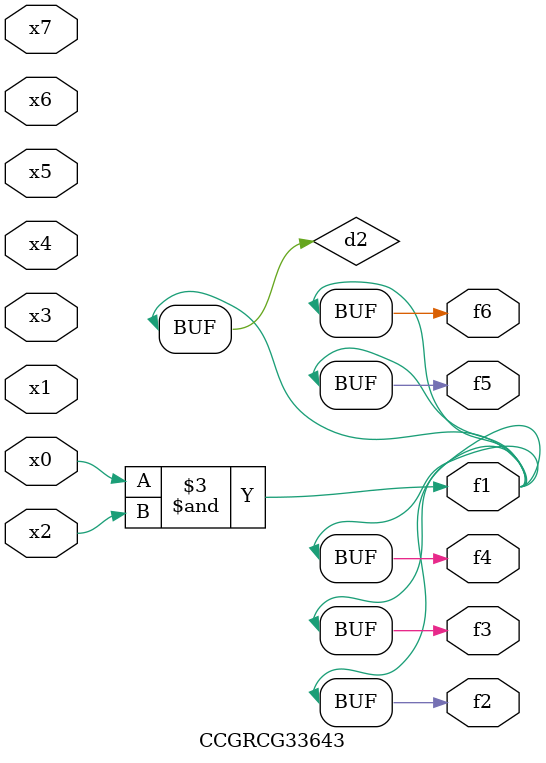
<source format=v>
module CCGRCG33643(
	input x0, x1, x2, x3, x4, x5, x6, x7,
	output f1, f2, f3, f4, f5, f6
);

	wire d1, d2;

	nor (d1, x3, x6);
	and (d2, x0, x2);
	assign f1 = d2;
	assign f2 = d2;
	assign f3 = d2;
	assign f4 = d2;
	assign f5 = d2;
	assign f6 = d2;
endmodule

</source>
